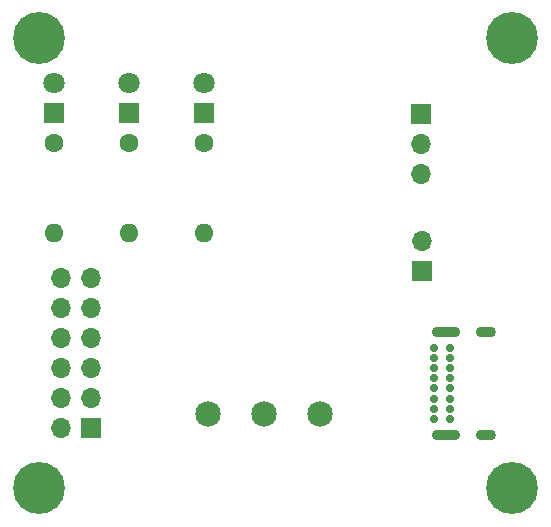
<source format=gbs>
G04 #@! TF.GenerationSoftware,KiCad,Pcbnew,(6.0.7-1)-1*
G04 #@! TF.CreationDate,2023-01-09T18:43:15-05:00*
G04 #@! TF.ProjectId,DebugBoard,44656275-6742-46f6-9172-642e6b696361,rev?*
G04 #@! TF.SameCoordinates,Original*
G04 #@! TF.FileFunction,Soldermask,Bot*
G04 #@! TF.FilePolarity,Negative*
%FSLAX46Y46*%
G04 Gerber Fmt 4.6, Leading zero omitted, Abs format (unit mm)*
G04 Created by KiCad (PCBNEW (6.0.7-1)-1) date 2023-01-09 18:43:15*
%MOMM*%
%LPD*%
G01*
G04 APERTURE LIST*
%ADD10C,2.159000*%
%ADD11O,1.700000X1.700000*%
%ADD12R,1.700000X1.700000*%
%ADD13C,4.400000*%
%ADD14C,1.600000*%
%ADD15O,1.600000X1.600000*%
%ADD16R,1.800000X1.800000*%
%ADD17C,1.800000*%
%ADD18C,0.700000*%
%ADD19O,1.700000X0.900000*%
%ADD20O,2.400000X0.900000*%
G04 APERTURE END LIST*
D10*
X124130001Y-107982250D03*
X119380000Y-107982250D03*
X114630000Y-107982250D03*
D11*
X132683400Y-87670400D03*
X132683400Y-85130400D03*
D12*
X132683400Y-82590400D03*
D13*
X100330000Y-76200000D03*
D12*
X132760000Y-95915000D03*
D11*
X132760000Y-93375000D03*
D14*
X107950000Y-85090000D03*
D15*
X107950000Y-92710000D03*
D16*
X101600000Y-82550000D03*
D17*
X101600000Y-80010000D03*
D12*
X104710000Y-109220000D03*
D11*
X102170000Y-109220000D03*
X104710000Y-106680000D03*
X102170000Y-106680000D03*
X104710000Y-104140000D03*
X102170000Y-104140000D03*
X104710000Y-101600000D03*
X102170000Y-101600000D03*
X104710000Y-99060000D03*
X102170000Y-99060000D03*
X104710000Y-96520000D03*
X102170000Y-96520000D03*
D18*
X133770000Y-108385000D03*
X133770000Y-107535000D03*
X133770000Y-106685000D03*
X133770000Y-105835000D03*
X133770000Y-104985000D03*
X133770000Y-104135000D03*
X133770000Y-103285000D03*
X133770000Y-102435000D03*
X135120000Y-102435000D03*
X135120000Y-103285000D03*
X135120000Y-104135000D03*
X135120000Y-104985000D03*
X135120000Y-105835000D03*
X135120000Y-106685000D03*
X135120000Y-107535000D03*
X135120000Y-108385000D03*
D19*
X138130000Y-109735000D03*
D20*
X134750000Y-101085000D03*
X134750000Y-109735000D03*
D19*
X138130000Y-101085000D03*
D13*
X100330000Y-114300000D03*
X140335000Y-76200000D03*
X140335000Y-114300000D03*
D14*
X114300000Y-85090000D03*
D15*
X114300000Y-92710000D03*
D14*
X101600000Y-85090000D03*
D15*
X101600000Y-92710000D03*
D16*
X107950000Y-82550000D03*
D17*
X107950000Y-80010000D03*
D16*
X114300000Y-82550000D03*
D17*
X114300000Y-80010000D03*
M02*

</source>
